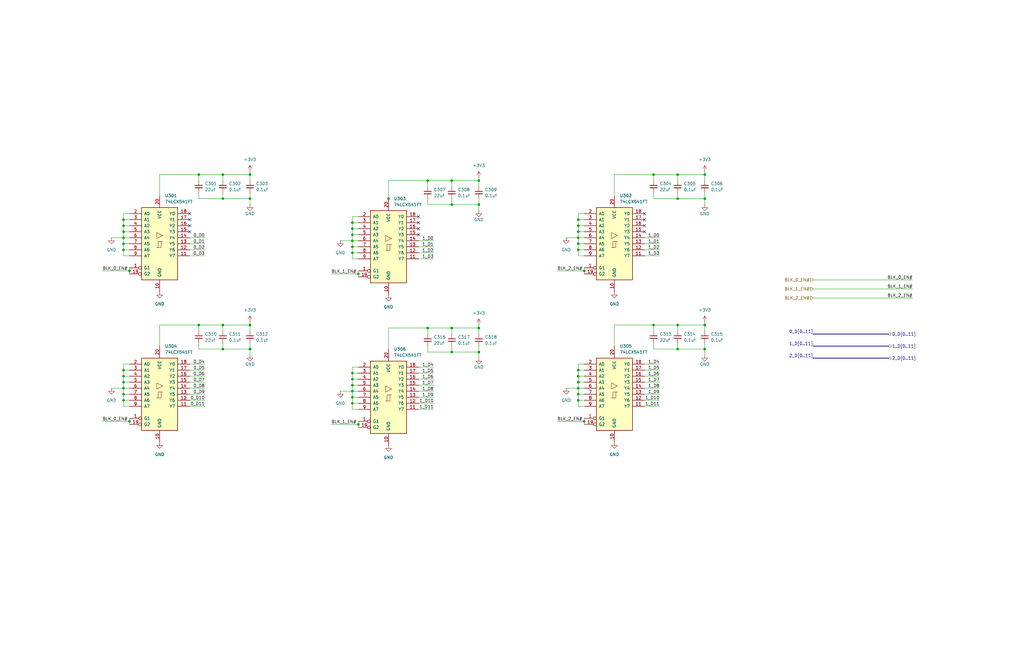
<source format=kicad_sch>
(kicad_sch (version 20231120) (generator "eeschema") (generator_version "8.0")
  (paper "USLedger")
  (lib_symbols
    (symbol "74xx:74LS541" (pin_names (offset 1.016))
      (property "Reference" "U" (at -7.62 16.51 0))
      (property "Value" "74LS541" (at -7.62 -16.51 0))
      (symbol "74LS541_1_0"
        (polyline (pts (xy -0.635 -1.6002) (xy -0.635 0.9398) (xy 0.635 0.9398)))
        (polyline (pts (xy -1.27 -1.6002) (xy 0.635 -1.6002) (xy 0.635 0.9398) (xy 1.27 0.9398)))
        (polyline (pts (xy 1.27 3.4798) (xy -1.27 4.7498) (xy -1.27 2.2098) (xy 1.27 3.4798)) (stroke (width 0.1524)))
        (pin input inverted (at -12.7 -10.16 0) (length 5.08) (name "G1") (number "1"))
        (pin power_in line (at 0 -20.32 90) (length 5.08) (name "GND") (number "10"))
        (pin tri_state line (at 12.7 -5.08 180) (length 5.08) (name "Y7") (number "11"))
        (pin tri_state line (at 12.7 -2.54 180) (length 5.08) (name "Y6") (number "12"))
        (pin tri_state line (at 12.7 0 180) (length 5.08) (name "Y5") (number "13"))
        (pin tri_state line (at 12.7 2.54 180) (length 5.08) (name "Y4") (number "14"))
        (pin tri_state line (at 12.7 5.08 180) (length 5.08) (name "Y3") (number "15"))
        (pin tri_state line (at 12.7 7.62 180) (length 5.08) (name "Y2") (number "16"))
        (pin tri_state line (at 12.7 10.16 180) (length 5.08) (name "Y1") (number "17"))
        (pin tri_state line (at 12.7 12.7 180) (length 5.08) (name "Y0") (number "18"))
        (pin input inverted (at -12.7 -12.7 0) (length 5.08) (name "G2") (number "19"))
        (pin input line (at -12.7 12.7 0) (length 5.08) (name "A0") (number "2"))
        (pin power_in line (at 0 20.32 270) (length 5.08) (name "VCC") (number "20"))
        (pin input line (at -12.7 10.16 0) (length 5.08) (name "A1") (number "3"))
        (pin input line (at -12.7 7.62 0) (length 5.08) (name "A2") (number "4"))
        (pin input line (at -12.7 5.08 0) (length 5.08) (name "A3") (number "5"))
        (pin input line (at -12.7 2.54 0) (length 5.08) (name "A4") (number "6"))
        (pin input line (at -12.7 0 0) (length 5.08) (name "A5") (number "7"))
        (pin input line (at -12.7 -2.54 0) (length 5.08) (name "A6") (number "8"))
        (pin input line (at -12.7 -5.08 0) (length 5.08) (name "A7") (number "9"))
      )
      (symbol "74LS541_1_1"
        (rectangle (start -7.62 15.24) (end 7.62 -15.24) (stroke (width 0.254)) (fill (type background)))
      )
    )
    (symbol "Device:C_Small" (pin_numbers hide) (pin_names (offset 0.254) hide)
      (property "Reference" "C" (at 0.254 1.778 0))
      (property "Value" "C_Small" (at 0.254 -2.032 0))
      (symbol "C_Small_0_1"
        (polyline (pts (xy -1.524 -0.508) (xy 1.524 -0.508)) (stroke (width 0.3302)))
        (polyline (pts (xy -1.524 0.508) (xy 1.524 0.508)) (stroke (width 0.3048)))
      )
      (symbol "C_Small_1_1"
        (pin passive line (at 0 2.54 270) (length 2.032) (name "~") (number "1"))
        (pin passive line (at 0 -2.54 90) (length 2.032) (name "~") (number "2"))
      )
    )
    (symbol "power:+3V3" (power) (pin_numbers hide) (pin_names (offset 0) hide)
      (property "Value" "+3V3" (at 0 3.556 0))
      (symbol "+3V3_0_1"
        (polyline (pts (xy -0.762 1.27) (xy 0 2.54)))
        (polyline (pts (xy 0 0) (xy 0 2.54)))
        (polyline (pts (xy 0 2.54) (xy 0.762 1.27)))
      )
      (symbol "+3V3_1_1"
        (pin power_in line (at 0 0 90) (length 0) (name "~") (number "1"))
      )
    )
    (symbol "power:GND" (power) (pin_numbers hide) (pin_names (offset 0) hide)
      (property "Value" "GND" (at 0 -3.81 0))
      (symbol "GND_0_1"
        (polyline (pts (xy 0 0) (xy 0 -1.27) (xy 1.27 -1.27) (xy 0 -2.54) (xy -1.27 -1.27) (xy 0 -1.27)))
      )
      (symbol "GND_1_1"
        (pin power_in line (at 0 0 270) (length 0) (name "~") (number "1"))
      )
    )
  )
  (junction (at 52.07 97.79))
  (junction (at 52.07 163.83))
  (junction (at 285.75 83.82))
  (junction (at 148.59 165.1))
  (junction (at 243.84 158.75))
  (junction (at 105.41 137.16))
  (junction (at 246.38 114.3))
  (junction (at 243.84 163.83))
  (junction (at 190.5 86.36))
  (junction (at 190.5 76.2))
  (junction (at 93.98 73.66))
  (junction (at 148.59 101.6))
  (junction (at 243.84 97.79))
  (junction (at 52.07 95.25))
  (junction (at 148.59 160.02))
  (junction (at 243.84 166.37))
  (junction (at 243.84 92.71))
  (junction (at 297.18 147.32))
  (junction (at 243.84 100.33))
  (junction (at 148.59 93.98))
  (junction (at 52.07 166.37))
  (junction (at 297.18 137.16))
  (junction (at 180.34 76.2))
  (junction (at 285.75 137.16))
  (junction (at 190.5 138.43))
  (junction (at 285.75 147.32))
  (junction (at 297.18 83.82))
  (junction (at 275.59 137.16))
  (junction (at 243.84 156.21))
  (junction (at 52.07 102.87))
  (junction (at 243.84 105.41))
  (junction (at 148.59 99.06))
  (junction (at 243.84 102.87))
  (junction (at 180.34 138.43))
  (junction (at 54.61 114.3))
  (junction (at 52.07 105.41))
  (junction (at 201.93 138.43))
  (junction (at 148.59 104.14))
  (junction (at 52.07 158.75))
  (junction (at 148.59 96.52))
  (junction (at 201.93 76.2))
  (junction (at 285.75 73.66))
  (junction (at 54.61 177.8))
  (junction (at 148.59 170.18))
  (junction (at 148.59 162.56))
  (junction (at 52.07 161.29))
  (junction (at 201.93 86.36))
  (junction (at 243.84 168.91))
  (junction (at 275.59 73.66))
  (junction (at 83.82 73.66))
  (junction (at 243.84 95.25))
  (junction (at 52.07 168.91))
  (junction (at 148.59 157.48))
  (junction (at 190.5 148.59))
  (junction (at 93.98 137.16))
  (junction (at 148.59 167.64))
  (junction (at 148.59 106.68))
  (junction (at 151.13 115.57))
  (junction (at 52.07 100.33))
  (junction (at 105.41 147.32))
  (junction (at 297.18 73.66))
  (junction (at 201.93 148.59))
  (junction (at 52.07 92.71))
  (junction (at 151.13 179.07))
  (junction (at 246.38 177.8))
  (junction (at 83.82 137.16))
  (junction (at 52.07 156.21))
  (junction (at 93.98 147.32))
  (junction (at 105.41 83.82))
  (junction (at 163.83 83.82))
  (junction (at 243.84 161.29))
  (junction (at 93.98 83.82))
  (junction (at 105.41 73.66))
  (no_connect (at 80.01 97.79))
  (no_connect (at 80.01 92.71))
  (no_connect (at 80.01 95.25))
  (no_connect (at 271.78 95.25))
  (no_connect (at 176.53 91.44))
  (no_connect (at 271.78 92.71))
  (no_connect (at 271.78 90.17))
  (no_connect (at 176.53 99.06))
  (no_connect (at 176.53 96.52))
  (no_connect (at 80.01 90.17))
  (no_connect (at 176.53 93.98))
  (no_connect (at 271.78 97.79))
  (wire (pts (xy 148.59 106.68) (xy 148.59 109.22)))
  (wire (pts (xy 80.01 171.45) (xy 86.36 171.45)))
  (wire (pts (xy 148.59 96.52) (xy 148.59 99.06)))
  (wire (pts (xy 52.07 95.25) (xy 54.61 95.25)))
  (wire (pts (xy 148.59 99.06) (xy 148.59 101.6)))
  (wire (pts (xy 297.18 81.28) (xy 297.18 83.82)))
  (wire (pts (xy 297.18 147.32) (xy 297.18 149.86)))
  (wire (pts (xy 83.82 83.82) (xy 93.98 83.82)))
  (wire (pts (xy 67.31 146.05) (xy 67.31 137.16)))
  (wire (pts (xy 52.07 92.71) (xy 54.61 92.71)))
  (wire (pts (xy 80.01 158.75) (xy 86.36 158.75)))
  (wire (pts (xy 148.59 172.72) (xy 151.13 172.72)))
  (wire (pts (xy 52.07 161.29) (xy 54.61 161.29)))
  (wire (pts (xy 190.5 146.05) (xy 190.5 148.59)))
  (wire (pts (xy 176.53 172.72) (xy 182.88 172.72)))
  (wire (pts (xy 243.84 161.29) (xy 243.84 163.83)))
  (wire (pts (xy 93.98 73.66) (xy 105.41 73.66)))
  (wire (pts (xy 271.78 161.29) (xy 278.13 161.29)))
  (wire (pts (xy 52.07 168.91) (xy 54.61 168.91)))
  (wire (pts (xy 52.07 171.45) (xy 54.61 171.45)))
  (wire (pts (xy 148.59 91.44) (xy 151.13 91.44)))
  (wire (pts (xy 201.93 146.05) (xy 201.93 148.59)))
  (wire (pts (xy 93.98 81.28) (xy 93.98 83.82)))
  (wire (pts (xy 80.01 161.29) (xy 86.36 161.29)))
  (wire (pts (xy 246.38 176.53) (xy 246.38 177.8)))
  (wire (pts (xy 83.82 73.66) (xy 93.98 73.66)))
  (wire (pts (xy 176.53 154.94) (xy 182.88 154.94)))
  (wire (pts (xy 176.53 109.22) (xy 182.88 109.22)))
  (wire (pts (xy 83.82 137.16) (xy 93.98 137.16)))
  (wire (pts (xy 243.84 107.95) (xy 246.38 107.95)))
  (wire (pts (xy 342.9 118.11) (xy 384.81 118.11)))
  (wire (pts (xy 271.78 105.41) (xy 278.13 105.41)))
  (wire (pts (xy 151.13 114.3) (xy 151.13 115.57)))
  (wire (pts (xy 52.07 161.29) (xy 52.07 163.83)))
  (wire (pts (xy 297.18 83.82) (xy 297.18 86.36)))
  (wire (pts (xy 297.18 135.89) (xy 297.18 137.16)))
  (wire (pts (xy 234.95 114.3) (xy 246.38 114.3)))
  (wire (pts (xy 180.34 148.59) (xy 190.5 148.59)))
  (wire (pts (xy 83.82 81.28) (xy 83.82 83.82)))
  (wire (pts (xy 243.84 92.71) (xy 246.38 92.71)))
  (wire (pts (xy 243.84 156.21) (xy 246.38 156.21)))
  (wire (pts (xy 243.84 156.21) (xy 243.84 158.75)))
  (wire (pts (xy 52.07 97.79) (xy 54.61 97.79)))
  (wire (pts (xy 180.34 86.36) (xy 190.5 86.36)))
  (wire (pts (xy 148.59 165.1) (xy 148.59 167.64)))
  (wire (pts (xy 52.07 105.41) (xy 52.07 107.95)))
  (wire (pts (xy 105.41 83.82) (xy 105.41 86.36)))
  (wire (pts (xy 105.41 137.16) (xy 105.41 139.7)))
  (wire (pts (xy 190.5 83.82) (xy 190.5 86.36)))
  (wire (pts (xy 52.07 107.95) (xy 54.61 107.95)))
  (wire (pts (xy 67.31 137.16) (xy 83.82 137.16)))
  (wire (pts (xy 180.34 140.97) (xy 180.34 138.43)))
  (wire (pts (xy 52.07 163.83) (xy 52.07 166.37)))
  (wire (pts (xy 52.07 95.25) (xy 52.07 97.79)))
  (wire (pts (xy 93.98 147.32) (xy 105.41 147.32)))
  (wire (pts (xy 243.84 153.67) (xy 243.84 156.21)))
  (wire (pts (xy 163.83 147.32) (xy 163.83 138.43)))
  (wire (pts (xy 46.99 100.33) (xy 52.07 100.33)))
  (wire (pts (xy 275.59 81.28) (xy 275.59 83.82)))
  (wire (pts (xy 243.84 158.75) (xy 246.38 158.75)))
  (wire (pts (xy 52.07 156.21) (xy 52.07 158.75)))
  (wire (pts (xy 180.34 138.43) (xy 190.5 138.43)))
  (wire (pts (xy 243.84 161.29) (xy 246.38 161.29)))
  (wire (pts (xy 246.38 177.8) (xy 246.38 179.07)))
  (wire (pts (xy 190.5 76.2) (xy 190.5 78.74)))
  (wire (pts (xy 243.84 100.33) (xy 243.84 102.87)))
  (wire (pts (xy 271.78 153.67) (xy 278.13 153.67)))
  (wire (pts (xy 83.82 144.78) (xy 83.82 147.32)))
  (wire (pts (xy 80.01 105.41) (xy 86.36 105.41)))
  (wire (pts (xy 271.78 158.75) (xy 278.13 158.75)))
  (wire (pts (xy 243.84 166.37) (xy 246.38 166.37)))
  (wire (pts (xy 238.76 100.33) (xy 243.84 100.33)))
  (wire (pts (xy 243.84 97.79) (xy 246.38 97.79)))
  (wire (pts (xy 83.82 139.7) (xy 83.82 137.16)))
  (wire (pts (xy 139.7 179.07) (xy 151.13 179.07)))
  (wire (pts (xy 80.01 100.33) (xy 86.36 100.33)))
  (wire (pts (xy 151.13 115.57) (xy 151.13 116.84)))
  (wire (pts (xy 246.38 114.3) (xy 246.38 115.57)))
  (wire (pts (xy 52.07 90.17) (xy 52.07 92.71)))
  (wire (pts (xy 285.75 73.66) (xy 285.75 76.2)))
  (wire (pts (xy 80.01 163.83) (xy 86.36 163.83)))
  (wire (pts (xy 148.59 104.14) (xy 148.59 106.68)))
  (wire (pts (xy 143.51 165.1) (xy 148.59 165.1)))
  (wire (pts (xy 83.82 147.32) (xy 93.98 147.32)))
  (wire (pts (xy 148.59 96.52) (xy 151.13 96.52)))
  (wire (pts (xy 52.07 92.71) (xy 52.07 95.25)))
  (wire (pts (xy 176.53 170.18) (xy 182.88 170.18)))
  (wire (pts (xy 201.93 83.82) (xy 201.93 86.36)))
  (wire (pts (xy 201.93 74.93) (xy 201.93 76.2)))
  (wire (pts (xy 148.59 162.56) (xy 148.59 165.1)))
  (wire (pts (xy 105.41 135.89) (xy 105.41 137.16)))
  (wire (pts (xy 180.34 78.74) (xy 180.34 76.2)))
  (wire (pts (xy 201.93 148.59) (xy 201.93 151.13)))
  (wire (pts (xy 139.7 115.57) (xy 151.13 115.57)))
  (wire (pts (xy 190.5 76.2) (xy 201.93 76.2)))
  (wire (pts (xy 243.84 97.79) (xy 243.84 100.33)))
  (wire (pts (xy 80.01 107.95) (xy 86.36 107.95)))
  (wire (pts (xy 275.59 83.82) (xy 285.75 83.82)))
  (wire (pts (xy 201.93 76.2) (xy 201.93 78.74)))
  (wire (pts (xy 52.07 158.75) (xy 54.61 158.75)))
  (wire (pts (xy 148.59 170.18) (xy 151.13 170.18)))
  (wire (pts (xy 243.84 95.25) (xy 243.84 97.79)))
  (wire (pts (xy 54.61 114.3) (xy 54.61 115.57)))
  (wire (pts (xy 148.59 160.02) (xy 148.59 162.56)))
  (wire (pts (xy 176.53 160.02) (xy 182.88 160.02)))
  (wire (pts (xy 243.84 90.17) (xy 246.38 90.17)))
  (wire (pts (xy 148.59 99.06) (xy 151.13 99.06)))
  (wire (pts (xy 201.93 137.16) (xy 201.93 138.43)))
  (wire (pts (xy 105.41 73.66) (xy 105.41 76.2)))
  (wire (pts (xy 275.59 139.7) (xy 275.59 137.16)))
  (wire (pts (xy 43.18 177.8) (xy 54.61 177.8)))
  (wire (pts (xy 80.01 102.87) (xy 86.36 102.87)))
  (wire (pts (xy 52.07 156.21) (xy 54.61 156.21)))
  (wire (pts (xy 243.84 168.91) (xy 246.38 168.91)))
  (wire (pts (xy 52.07 97.79) (xy 52.07 100.33)))
  (wire (pts (xy 271.78 156.21) (xy 278.13 156.21)))
  (wire (pts (xy 151.13 177.8) (xy 151.13 179.07)))
  (wire (pts (xy 105.41 144.78) (xy 105.41 147.32)))
  (wire (pts (xy 190.5 138.43) (xy 190.5 140.97)))
  (wire (pts (xy 285.75 73.66) (xy 297.18 73.66)))
  (wire (pts (xy 52.07 102.87) (xy 54.61 102.87)))
  (wire (pts (xy 46.99 163.83) (xy 52.07 163.83)))
  (wire (pts (xy 52.07 166.37) (xy 52.07 168.91)))
  (wire (pts (xy 285.75 83.82) (xy 297.18 83.82)))
  (wire (pts (xy 163.83 85.09) (xy 163.83 83.82)))
  (wire (pts (xy 52.07 153.67) (xy 52.07 156.21)))
  (wire (pts (xy 243.84 105.41) (xy 246.38 105.41)))
  (wire (pts (xy 275.59 144.78) (xy 275.59 147.32)))
  (wire (pts (xy 271.78 107.95) (xy 278.13 107.95)))
  (wire (pts (xy 238.76 163.83) (xy 243.84 163.83)))
  (wire (pts (xy 243.84 166.37) (xy 243.84 168.91)))
  (bus (pts (xy 342.9 140.97) (xy 374.65 140.97)))
  (wire (pts (xy 243.84 90.17) (xy 243.84 92.71)))
  (wire (pts (xy 93.98 73.66) (xy 93.98 76.2)))
  (wire (pts (xy 52.07 100.33) (xy 52.07 102.87)))
  (wire (pts (xy 190.5 148.59) (xy 201.93 148.59)))
  (wire (pts (xy 80.01 156.21) (xy 86.36 156.21)))
  (wire (pts (xy 52.07 105.41) (xy 54.61 105.41)))
  (wire (pts (xy 297.18 73.66) (xy 297.18 76.2)))
  (wire (pts (xy 176.53 162.56) (xy 182.88 162.56)))
  (bus (pts (xy 342.9 146.05) (xy 374.65 146.05)))
  (wire (pts (xy 148.59 101.6) (xy 148.59 104.14)))
  (wire (pts (xy 52.07 166.37) (xy 54.61 166.37)))
  (wire (pts (xy 148.59 160.02) (xy 151.13 160.02)))
  (wire (pts (xy 243.84 158.75) (xy 243.84 161.29)))
  (wire (pts (xy 148.59 101.6) (xy 151.13 101.6)))
  (wire (pts (xy 176.53 167.64) (xy 182.88 167.64)))
  (wire (pts (xy 52.07 102.87) (xy 52.07 105.41)))
  (wire (pts (xy 285.75 147.32) (xy 297.18 147.32)))
  (wire (pts (xy 80.01 168.91) (xy 86.36 168.91)))
  (wire (pts (xy 52.07 100.33) (xy 54.61 100.33)))
  (wire (pts (xy 148.59 167.64) (xy 151.13 167.64)))
  (wire (pts (xy 148.59 109.22) (xy 151.13 109.22)))
  (wire (pts (xy 176.53 101.6) (xy 182.88 101.6)))
  (wire (pts (xy 342.9 125.73) (xy 384.81 125.73)))
  (wire (pts (xy 43.18 114.3) (xy 54.61 114.3)))
  (wire (pts (xy 259.08 73.66) (xy 275.59 73.66)))
  (wire (pts (xy 105.41 81.28) (xy 105.41 83.82)))
  (wire (pts (xy 163.83 76.2) (xy 180.34 76.2)))
  (wire (pts (xy 259.08 82.55) (xy 259.08 73.66)))
  (wire (pts (xy 176.53 106.68) (xy 182.88 106.68)))
  (wire (pts (xy 67.31 73.66) (xy 83.82 73.66)))
  (wire (pts (xy 180.34 83.82) (xy 180.34 86.36)))
  (wire (pts (xy 297.18 72.39) (xy 297.18 73.66)))
  (wire (pts (xy 246.38 113.03) (xy 246.38 114.3)))
  (wire (pts (xy 105.41 147.32) (xy 105.41 149.86)))
  (wire (pts (xy 243.84 105.41) (xy 243.84 107.95)))
  (wire (pts (xy 83.82 76.2) (xy 83.82 73.66)))
  (wire (pts (xy 52.07 163.83) (xy 54.61 163.83)))
  (wire (pts (xy 176.53 165.1) (xy 182.88 165.1)))
  (wire (pts (xy 180.34 146.05) (xy 180.34 148.59)))
  (wire (pts (xy 163.83 138.43) (xy 180.34 138.43)))
  (wire (pts (xy 93.98 83.82) (xy 105.41 83.82)))
  (wire (pts (xy 148.59 91.44) (xy 148.59 93.98)))
  (wire (pts (xy 93.98 137.16) (xy 93.98 139.7)))
  (wire (pts (xy 243.84 168.91) (xy 243.84 171.45)))
  (wire (pts (xy 259.08 146.05) (xy 259.08 137.16)))
  (wire (pts (xy 93.98 137.16) (xy 105.41 137.16)))
  (wire (pts (xy 151.13 179.07) (xy 151.13 180.34)))
  (wire (pts (xy 243.84 102.87) (xy 246.38 102.87)))
  (wire (pts (xy 243.84 153.67) (xy 246.38 153.67)))
  (wire (pts (xy 148.59 157.48) (xy 151.13 157.48)))
  (wire (pts (xy 285.75 137.16) (xy 297.18 137.16)))
  (wire (pts (xy 342.9 121.92) (xy 384.81 121.92)))
  (bus (pts (xy 342.9 151.13) (xy 374.65 151.13)))
  (wire (pts (xy 105.41 72.39) (xy 105.41 73.66)))
  (wire (pts (xy 148.59 167.64) (xy 148.59 170.18)))
  (wire (pts (xy 285.75 81.28) (xy 285.75 83.82)))
  (wire (pts (xy 271.78 100.33) (xy 278.13 100.33)))
  (wire (pts (xy 201.93 138.43) (xy 201.93 140.97)))
  (wire (pts (xy 285.75 137.16) (xy 285.75 139.7)))
  (wire (pts (xy 148.59 93.98) (xy 148.59 96.52)))
  (wire (pts (xy 148.59 165.1) (xy 151.13 165.1)))
  (wire (pts (xy 148.59 106.68) (xy 151.13 106.68)))
  (wire (pts (xy 243.84 163.83) (xy 243.84 166.37)))
  (wire (pts (xy 54.61 177.8) (xy 54.61 179.07)))
  (wire (pts (xy 285.75 144.78) (xy 285.75 147.32)))
  (wire (pts (xy 163.83 83.82) (xy 163.83 76.2)))
  (wire (pts (xy 297.18 137.16) (xy 297.18 139.7)))
  (wire (pts (xy 271.78 163.83) (xy 278.13 163.83)))
  (wire (pts (xy 148.59 170.18) (xy 148.59 172.72)))
  (wire (pts (xy 176.53 104.14) (xy 182.88 104.14)))
  (wire (pts (xy 190.5 138.43) (xy 201.93 138.43)))
  (wire (pts (xy 52.07 168.91) (xy 52.07 171.45)))
  (wire (pts (xy 52.07 158.75) (xy 52.07 161.29)))
  (wire (pts (xy 271.78 171.45) (xy 278.13 171.45)))
  (wire (pts (xy 271.78 102.87) (xy 278.13 102.87)))
  (wire (pts (xy 52.07 90.17) (xy 54.61 90.17)))
  (wire (pts (xy 243.84 102.87) (xy 243.84 105.41)))
  (wire (pts (xy 143.51 101.6) (xy 148.59 101.6)))
  (wire (pts (xy 148.59 162.56) (xy 151.13 162.56)))
  (wire (pts (xy 275.59 76.2) (xy 275.59 73.66)))
  (wire (pts (xy 234.95 177.8) (xy 246.38 177.8)))
  (wire (pts (xy 190.5 86.36) (xy 201.93 86.36)))
  (wire (pts (xy 201.93 86.36) (xy 201.93 88.9)))
  (wire (pts (xy 271.78 168.91) (xy 278.13 168.91)))
  (wire (pts (xy 180.34 76.2) (xy 190.5 76.2)))
  (wire (pts (xy 243.84 163.83) (xy 246.38 163.83)))
  (wire (pts (xy 148.59 104.14) (xy 151.13 104.14)))
  (wire (pts (xy 54.61 113.03) (xy 54.61 114.3)))
  (wire (pts (xy 275.59 73.66) (xy 285.75 73.66)))
  (wire (pts (xy 243.84 92.71) (xy 243.84 95.25)))
  (wire (pts (xy 297.18 144.78) (xy 297.18 147.32)))
  (wire (pts (xy 80.01 153.67) (xy 86.36 153.67)))
  (wire (pts (xy 148.59 93.98) (xy 151.13 93.98)))
  (wire (pts (xy 148.59 154.94) (xy 151.13 154.94)))
  (wire (pts (xy 259.08 137.16) (xy 275.59 137.16)))
  (wire (pts (xy 243.84 171.45) (xy 246.38 171.45)))
  (wire (pts (xy 80.01 166.37) (xy 86.36 166.37)))
  (wire (pts (xy 54.61 176.53) (xy 54.61 177.8)))
  (wire (pts (xy 148.59 154.94) (xy 148.59 157.48)))
  (wire (pts (xy 93.98 144.78) (xy 93.98 147.32)))
  (wire (pts (xy 243.84 100.33) (xy 246.38 100.33)))
  (wire (pts (xy 176.53 157.48) (xy 182.88 157.48)))
  (wire (pts (xy 67.31 82.55) (xy 67.31 73.66)))
  (wire (pts (xy 52.07 153.67) (xy 54.61 153.67)))
  (wire (pts (xy 271.78 166.37) (xy 278.13 166.37)))
  (wire (pts (xy 148.59 157.48) (xy 148.59 160.02)))
  (wire (pts (xy 243.84 95.25) (xy 246.38 95.25)))
  (wire (pts (xy 275.59 147.32) (xy 285.75 147.32)))
  (wire (pts (xy 275.59 137.16) (xy 285.75 137.16)))
  (label "0_D[0..11]" (at 342.9 140.97 180))
  (label "1_D6" (at 182.88 160.02 180))
  (label "BLK_0_EN#" (at 43.18 114.3 0))
  (label "1_D9" (at 182.88 167.64 180))
  (label "0_D7" (at 86.36 161.29 180))
  (label "1_D11" (at 278.13 171.45 180))
  (label "0_D1" (at 86.36 102.87 180))
  (label "1_D0" (at 182.88 101.6 180))
  (label "BLK_2_EN#" (at 234.95 114.3 0))
  (label "1_D5" (at 182.88 157.48 180))
  (label "1_D1" (at 278.13 102.87 180))
  (label "1_D10" (at 278.13 168.91 180))
  (label "1_D4" (at 278.13 153.67 180))
  (label "0_D3" (at 86.36 107.95 180))
  (label "0_D8" (at 86.36 163.83 180))
  (label "BLK_1_EN#" (at 384.81 121.92 180))
  (label "0_D4" (at 86.36 153.67 180))
  (label "BLK_0_EN#" (at 43.18 177.8 0))
  (label "0_D5" (at 86.36 156.21 180))
  (label "0_D6" (at 86.36 158.75 180))
  (label "1_D7" (at 182.88 162.56 180))
  (label "1_D10" (at 182.88 170.18 180))
  (label "BLK_1_EN#" (at 139.7 115.57 0))
  (label "1_D11" (at 182.88 172.72 180))
  (label "1_D0" (at 278.13 100.33 180))
  (label "0_D11" (at 86.36 171.45 180))
  (label "1_D[0..11]" (at 342.9 146.05 180))
  (label "2_D[0..11]" (at 342.9 151.13 180))
  (label "1_D7" (at 278.13 161.29 180))
  (label "1_D3" (at 278.13 107.95 180))
  (label "BLK_2_EN#" (at 384.81 125.73 180))
  (label "1_D8" (at 182.88 165.1 180))
  (label "1_D9" (at 278.13 166.37 180))
  (label "0_D0" (at 86.36 100.33 180))
  (label "1_D3" (at 182.88 109.22 180))
  (label "1_D5" (at 278.13 156.21 180))
  (label "0_D2" (at 86.36 105.41 180))
  (label "0_D9" (at 86.36 166.37 180))
  (label "BLK_2_EN#" (at 234.95 177.8 0))
  (label "1_D8" (at 278.13 163.83 180))
  (label "1_D1" (at 182.88 104.14 180))
  (label "1_D2" (at 278.13 105.41 180))
  (label "1_D6" (at 278.13 158.75 180))
  (label "0_D10" (at 86.36 168.91 180))
  (label "BLK_0_EN#" (at 384.81 118.11 180))
  (label "BLK_1_EN#" (at 139.7 179.07 0))
  (label "1_D2" (at 182.88 106.68 180))
  (label "1_D4" (at 182.88 154.94 180))
  (hierarchical_label "2_D[0..11]" (shape tri_state) (at 374.65 151.13 0))
  (hierarchical_label "BLK_0_EN#" (shape input) (at 342.9 118.11 180))
  (hierarchical_label "0_D[0..11]" (shape tri_state) (at 374.65 140.97 0))
  (hierarchical_label "BLK_1_EN#" (shape input) (at 342.9 121.92 180))
  (hierarchical_label "BLK_2_EN#" (shape input) (at 342.9 125.73 180))
  (hierarchical_label "1_D[0..11]" (shape tri_state) (at 374.65 146.05 0))
  (symbol (lib_id "power:GND") (at 297.18 149.86 0) (unit 1)
    (property "Reference" "#PWR0317" (effects (hide yes)))
    (property "Value" "GND" (at 297.18 153.67 0))
    (property "Description" "Power symbol creates a global label with name \"GND\" , ground" (effects (hide yes)))
  )
  (symbol (lib_id "power:GND") (at 105.41 149.86 0) (unit 1)
    (property "Reference" "#PWR0316" (effects (hide yes)))
    (property "Value" "GND" (at 105.41 153.67 0))
    (property "Description" "Power symbol creates a global label with name \"GND\" , ground" (effects (hide yes)))
  )
  (symbol (lib_id "power:GND") (at 105.41 86.36 0) (unit 1)
    (property "Reference" "#PWR0304" (effects (hide yes)))
    (property "Value" "GND" (at 105.41 90.17 0))
    (property "Description" "Power symbol creates a global label with name \"GND\" , ground" (effects (hide yes)))
  )
  (symbol (lib_id "Device:C_Small") (at 105.41 142.24 0) (unit 1)
    (property "Reference" "C312" (at 107.95 140.9762 0) (effects (justify left)))
    (property "Value" "0.1uf" (at 107.95 143.5162 0) (effects (justify left)))
    (property "Footprint" "Capacitor_SMD:C_0402_1005Metric" (effects (hide yes)))
    (property "Description" "Unpolarized capacitor, small symbol" (effects (hide yes)))
    (property "LCSC Part #" "C1525" (effects (hide yes)))
    (property "Digi-Key Part Number" "490-6328-1-ND" (effects (hide yes)))
  )
  (symbol (lib_id "power:GND") (at 238.76 100.33 0) (unit 1)
    (property "Reference" "#PWR0308" (effects (hide yes)))
    (property "Value" "GND" (at 238.76 105.41 0))
    (property "Description" "Power symbol creates a global label with name \"GND\" , ground" (effects (hide yes)))
  )
  (symbol (lib_id "Device:C_Small") (at 83.82 78.74 0) (unit 1)
    (property "Reference" "C301" (at 86.36 77.4762 0) (effects (justify left)))
    (property "Value" "22uf" (at 86.36 80.0162 0) (effects (justify left)))
    (property "Footprint" "Capacitor_SMD:C_0603_1608Metric" (effects (hide yes)))
    (property "Description" "Unpolarized capacitor, small symbol" (effects (hide yes)))
    (property "LCSC Part #" "C59461" (effects (hide yes)))
    (property "Digi-Key Part Number" "490-7611-1-ND" (effects (hide yes)))
  )
  (symbol (lib_id "74xx:74LS541") (at 67.31 166.37 0) (unit 1)
    (property "Reference" "U304" (at 69.5041 146.05 0) (effects (justify left)))
    (property "Value" "74LCX541FT" (at 69.5041 148.59 0) (effects (justify left)))
    (property "Footprint" "Package_SO:SSOP-20_4.4x6.5mm_P0.65mm" (effects (hide yes)))
    (property "Datasheet" "http://www.ti.com/lit/gpn/sn74LS541" (effects (hide yes)))
    (property "Description" "8-bit Buffer/Line Driver 3-state outputs" (effects (hide yes)))
    (property "LCSC Part #" "C7194124" (effects (hide yes)))
  )
  (symbol (lib_id "Device:C_Small") (at 105.41 78.74 0) (unit 1)
    (property "Reference" "C303" (at 107.95 77.4762 0) (effects (justify left)))
    (property "Value" "0.1uf" (at 107.95 80.0162 0) (effects (justify left)))
    (property "Footprint" "Capacitor_SMD:C_0402_1005Metric" (effects (hide yes)))
    (property "Description" "Unpolarized capacitor, small symbol" (effects (hide yes)))
    (property "LCSC Part #" "C1525" (effects (hide yes)))
    (property "Digi-Key Part Number" "490-6328-1-ND" (effects (hide yes)))
  )
  (symbol (lib_id "Device:C_Small") (at 297.18 142.24 0) (unit 1)
    (property "Reference" "C315" (at 299.72 140.9762 0) (effects (justify left)))
    (property "Value" "0.1uf" (at 299.72 143.5162 0) (effects (justify left)))
    (property "Footprint" "Capacitor_SMD:C_0402_1005Metric" (effects (hide yes)))
    (property "Description" "Unpolarized capacitor, small symbol" (effects (hide yes)))
    (property "LCSC Part #" "C1525" (effects (hide yes)))
    (property "Digi-Key Part Number" "490-6328-1-ND" (effects (hide yes)))
  )
  (symbol (lib_id "power:GND") (at 67.31 123.19 0) (unit 1)
    (property "Reference" "#PWR0310" (effects (hide yes)))
    (property "Value" "GND" (at 67.31 128.27 0))
    (property "Description" "Power symbol creates a global label with name \"GND\" , ground" (effects (hide yes)))
  )
  (symbol (lib_id "74xx:74LS541") (at 163.83 104.14 0) (unit 1)
    (property "Reference" "U303" (at 166.0241 83.82 0) (effects (justify left)))
    (property "Value" "74LCX541FT" (at 166.0241 86.36 0) (effects (justify left)))
    (property "Footprint" "Package_SO:SSOP-20_4.4x6.5mm_P0.65mm" (effects (hide yes)))
    (property "Datasheet" "http://www.ti.com/lit/gpn/sn74LS541" (effects (hide yes)))
    (property "Description" "8-bit Buffer/Line Driver 3-state outputs" (effects (hide yes)))
    (property "LCSC Part #" "C7194124" (effects (hide yes)))
  )
  (symbol (lib_id "power:GND") (at 163.83 124.46 0) (unit 1)
    (property "Reference" "#PWR0312" (effects (hide yes)))
    (property "Value" "GND" (at 163.83 129.54 0))
    (property "Description" "Power symbol creates a global label with name \"GND\" , ground" (effects (hide yes)))
  )
  (symbol (lib_id "74xx:74LS541") (at 163.83 167.64 0) (unit 1)
    (property "Reference" "U306" (at 166.0241 147.32 0) (effects (justify left)))
    (property "Value" "74LCX541FT" (at 166.0241 149.86 0) (effects (justify left)))
    (property "Footprint" "Package_SO:SSOP-20_4.4x6.5mm_P0.65mm" (effects (hide yes)))
    (property "Datasheet" "http://www.ti.com/lit/gpn/sn74LS541" (effects (hide yes)))
    (property "Description" "8-bit Buffer/Line Driver 3-state outputs" (effects (hide yes)))
    (property "LCSC Part #" "C7194124" (effects (hide yes)))
  )
  (symbol (lib_id "74xx:74LS541") (at 67.31 102.87 0) (unit 1)
    (property "Reference" "U301" (at 69.5041 82.55 0) (effects (justify left)))
    (property "Value" "74LCX541FT" (at 69.5041 85.09 0) (effects (justify left)))
    (property "Footprint" "Package_SO:SSOP-20_4.4x6.5mm_P0.65mm" (effects (hide yes)))
    (property "Datasheet" "http://www.ti.com/lit/gpn/sn74LS541" (effects (hide yes)))
    (property "Description" "8-bit Buffer/Line Driver 3-state outputs" (effects (hide yes)))
    (property "LCSC Part #" "C7194124" (effects (hide yes)))
  )
  (symbol (lib_id "Device:C_Small") (at 201.93 81.28 0) (unit 1)
    (property "Reference" "C309" (at 204.47 80.0162 0) (effects (justify left)))
    (property "Value" "0.1uf" (at 204.47 82.5562 0) (effects (justify left)))
    (property "Footprint" "Capacitor_SMD:C_0402_1005Metric" (effects (hide yes)))
    (property "Description" "Unpolarized capacitor, small symbol" (effects (hide yes)))
    (property "LCSC Part #" "C1525" (effects (hide yes)))
    (property "Digi-Key Part Number" "490-6328-1-ND" (effects (hide yes)))
  )
  (symbol (lib_id "Device:C_Small") (at 83.82 142.24 0) (unit 1)
    (property "Reference" "C310" (at 86.36 140.9762 0) (effects (justify left)))
    (property "Value" "22uf" (at 86.36 143.5162 0) (effects (justify left)))
    (property "Footprint" "Capacitor_SMD:C_0603_1608Metric" (effects (hide yes)))
    (property "Description" "Unpolarized capacitor, small symbol" (effects (hide yes)))
    (property "LCSC Part #" "C59461" (effects (hide yes)))
    (property "Digi-Key Part Number" "490-7611-1-ND" (effects (hide yes)))
  )
  (symbol (lib_id "Device:C_Small") (at 93.98 78.74 0) (unit 1)
    (property "Reference" "C302" (at 96.52 77.4762 0) (effects (justify left)))
    (property "Value" "0.1uf" (at 96.52 80.0162 0) (effects (justify left)))
    (property "Footprint" "Capacitor_SMD:C_0402_1005Metric" (effects (hide yes)))
    (property "Description" "Unpolarized capacitor, small symbol" (effects (hide yes)))
    (property "LCSC Part #" "C1525" (effects (hide yes)))
    (property "Digi-Key Part Number" "490-6328-1-ND" (effects (hide yes)))
  )
  (symbol (lib_id "power:GND") (at 163.83 187.96 0) (unit 1)
    (property "Reference" "#PWR0324" (effects (hide yes)))
    (property "Value" "GND" (at 163.83 193.04 0))
    (property "Description" "Power symbol creates a global label with name \"GND\" , ground" (effects (hide yes)))
  )
  (symbol (lib_id "power:GND") (at 46.99 163.83 0) (unit 1)
    (property "Reference" "#PWR0319" (effects (hide yes)))
    (property "Value" "GND" (at 46.99 168.91 0))
    (property "Description" "Power symbol creates a global label with name \"GND\" , ground" (effects (hide yes)))
  )
  (symbol (lib_id "Device:C_Small") (at 180.34 81.28 0) (unit 1)
    (property "Reference" "C307" (at 182.88 80.0162 0) (effects (justify left)))
    (property "Value" "22uf" (at 182.88 82.5562 0) (effects (justify left)))
    (property "Footprint" "Capacitor_SMD:C_0603_1608Metric" (effects (hide yes)))
    (property "Description" "Unpolarized capacitor, small symbol" (effects (hide yes)))
    (property "LCSC Part #" "C59461" (effects (hide yes)))
    (property "Digi-Key Part Number" "490-7611-1-ND" (effects (hide yes)))
  )
  (symbol (lib_id "power:GND") (at 259.08 123.19 0) (unit 1)
    (property "Reference" "#PWR0311" (effects (hide yes)))
    (property "Value" "GND" (at 259.08 128.27 0))
    (property "Description" "Power symbol creates a global label with name \"GND\" , ground" (effects (hide yes)))
  )
  (symbol (lib_id "power:+3V3") (at 105.41 72.39 0) (unit 1)
    (property "Reference" "#PWR0301" (effects (hide yes)))
    (property "Value" "+3V3" (at 105.41 67.31 0))
    (property "Description" "Power symbol creates a global label with name \"+3V3\"" (effects (hide yes)))
  )
  (symbol (lib_id "Device:C_Small") (at 275.59 78.74 0) (unit 1)
    (property "Reference" "C304" (at 278.13 77.4762 0) (effects (justify left)))
    (property "Value" "22uf" (at 278.13 80.0162 0) (effects (justify left)))
    (property "Footprint" "Capacitor_SMD:C_0603_1608Metric" (effects (hide yes)))
    (property "Description" "Unpolarized capacitor, small symbol" (effects (hide yes)))
    (property "LCSC Part #" "C59461" (effects (hide yes)))
    (property "Digi-Key Part Number" "490-7611-1-ND" (effects (hide yes)))
  )
  (symbol (lib_id "Device:C_Small") (at 201.93 143.51 0) (unit 1)
    (property "Reference" "C318" (at 204.47 142.2462 0) (effects (justify left)))
    (property "Value" "0.1uf" (at 204.47 144.7862 0) (effects (justify left)))
    (property "Footprint" "Capacitor_SMD:C_0402_1005Metric" (effects (hide yes)))
    (property "Description" "Unpolarized capacitor, small symbol" (effects (hide yes)))
    (property "LCSC Part #" "C1525" (effects (hide yes)))
    (property "Digi-Key Part Number" "490-6328-1-ND" (effects (hide yes)))
  )
  (symbol (lib_id "power:+3V3") (at 201.93 137.16 0) (unit 1)
    (property "Reference" "#PWR0315" (effects (hide yes)))
    (property "Value" "+3V3" (at 201.93 132.08 0))
    (property "Description" "Power symbol creates a global label with name \"+3V3\"" (effects (hide yes)))
  )
  (symbol (lib_id "power:GND") (at 201.93 151.13 0) (unit 1)
    (property "Reference" "#PWR0318" (effects (hide yes)))
    (property "Value" "GND" (at 201.93 154.94 0))
    (property "Description" "Power symbol creates a global label with name \"GND\" , ground" (effects (hide yes)))
  )
  (symbol (lib_id "74xx:74LS541") (at 259.08 166.37 0) (unit 1)
    (property "Reference" "U305" (at 261.2741 146.05 0) (effects (justify left)))
    (property "Value" "74LCX541FT" (at 261.2741 148.59 0) (effects (justify left)))
    (property "Footprint" "Package_SO:SSOP-20_4.4x6.5mm_P0.65mm" (effects (hide yes)))
    (property "Datasheet" "http://www.ti.com/lit/gpn/sn74LS541" (effects (hide yes)))
    (property "Description" "8-bit Buffer/Line Driver 3-state outputs" (effects (hide yes)))
    (property "LCSC Part #" "C7194124" (effects (hide yes)))
  )
  (symbol (lib_id "power:GND") (at 143.51 101.6 0) (unit 1)
    (property "Reference" "#PWR0309" (effects (hide yes)))
    (property "Value" "GND" (at 143.51 106.68 0))
    (property "Description" "Power symbol creates a global label with name \"GND\" , ground" (effects (hide yes)))
  )
  (symbol (lib_id "power:GND") (at 238.76 163.83 0) (unit 1)
    (property "Reference" "#PWR0320" (effects (hide yes)))
    (property "Value" "GND" (at 238.76 168.91 0))
    (property "Description" "Power symbol creates a global label with name \"GND\" , ground" (effects (hide yes)))
  )
  (symbol (lib_id "power:GND") (at 297.18 86.36 0) (unit 1)
    (property "Reference" "#PWR0305" (effects (hide yes)))
    (property "Value" "GND" (at 297.18 90.17 0))
    (property "Description" "Power symbol creates a global label with name \"GND\" , ground" (effects (hide yes)))
  )
  (symbol (lib_id "power:+3V3") (at 297.18 72.39 0) (unit 1)
    (property "Reference" "#PWR0302" (effects (hide yes)))
    (property "Value" "+3V3" (at 297.18 67.31 0))
    (property "Description" "Power symbol creates a global label with name \"+3V3\"" (effects (hide yes)))
  )
  (symbol (lib_id "power:+3V3") (at 201.93 74.93 0) (unit 1)
    (property "Reference" "#PWR0303" (effects (hide yes)))
    (property "Value" "+3V3" (at 201.93 69.85 0))
    (property "Description" "Power symbol creates a global label with name \"+3V3\"" (effects (hide yes)))
  )
  (symbol (lib_id "Device:C_Small") (at 180.34 143.51 0) (unit 1)
    (property "Reference" "C316" (at 182.88 142.2462 0) (effects (justify left)))
    (property "Value" "22uf" (at 182.88 144.7862 0) (effects (justify left)))
    (property "Footprint" "Capacitor_SMD:C_0603_1608Metric" (effects (hide yes)))
    (property "Description" "Unpolarized capacitor, small symbol" (effects (hide yes)))
    (property "LCSC Part #" "C59461" (effects (hide yes)))
    (property "Digi-Key Part Number" "490-7611-1-ND" (effects (hide yes)))
  )
  (symbol (lib_id "Device:C_Small") (at 190.5 143.51 0) (unit 1)
    (property "Reference" "C317" (at 193.04 142.2462 0) (effects (justify left)))
    (property "Value" "0.1uf" (at 193.04 144.7862 0) (effects (justify left)))
    (property "Footprint" "Capacitor_SMD:C_0402_1005Metric" (effects (hide yes)))
    (property "Description" "Unpolarized capacitor, small symbol" (effects (hide yes)))
    (property "LCSC Part #" "C1525" (effects (hide yes)))
    (property "Digi-Key Part Number" "490-6328-1-ND" (effects (hide yes)))
  )
  (symbol (lib_id "power:+3V3") (at 105.41 135.89 0) (unit 1)
    (property "Reference" "#PWR0313" (effects (hide yes)))
    (property "Value" "+3V3" (at 105.41 130.81 0))
    (property "Description" "Power symbol creates a global label with name \"+3V3\"" (effects (hide yes)))
  )
  (symbol (lib_id "74xx:74LS541") (at 259.08 102.87 0) (unit 1)
    (property "Reference" "U302" (at 261.2741 82.55 0) (effects (justify left)))
    (property "Value" "74LCX541FT" (at 261.2741 85.09 0) (effects (justify left)))
    (property "Footprint" "Package_SO:SSOP-20_4.4x6.5mm_P0.65mm" (effects (hide yes)))
    (property "Datasheet" "http://www.ti.com/lit/gpn/sn74LS541" (effects (hide yes)))
    (property "Description" "8-bit Buffer/Line Driver 3-state outputs" (effects (hide yes)))
    (property "LCSC Part #" "C7194124" (effects (hide yes)))
  )
  (symbol (lib_id "Device:C_Small") (at 190.5 81.28 0) (unit 1)
    (property "Reference" "C308" (at 193.04 80.0162 0) (effects (justify left)))
    (property "Value" "0.1uf" (at 193.04 82.5562 0) (effects (justify left)))
    (property "Footprint" "Capacitor_SMD:C_0402_1005Metric" (effects (hide yes)))
    (property "Description" "Unpolarized capacitor, small symbol" (effects (hide yes)))
    (property "LCSC Part #" "C1525" (effects (hide yes)))
    (property "Digi-Key Part Number" "490-6328-1-ND" (effects (hide yes)))
  )
  (symbol (lib_id "power:GND") (at 143.51 165.1 0) (unit 1)
    (property "Reference" "#PWR0321" (effects (hide yes)))
    (property "Value" "GND" (at 143.51 170.18 0))
    (property "Description" "Power symbol creates a global label with name \"GND\" , ground" (effects (hide yes)))
  )
  (symbol (lib_id "power:GND") (at 67.31 186.69 0) (unit 1)
    (property "Reference" "#PWR0322" (effects (hide yes)))
    (property "Value" "GND" (at 67.31 191.77 0))
    (property "Description" "Power symbol creates a global label with name \"GND\" , ground" (effects (hide yes)))
  )
  (symbol (lib_id "Device:C_Small") (at 285.75 78.74 0) (unit 1)
    (property "Reference" "C305" (at 288.29 77.4762 0) (effects (justify left)))
    (property "Value" "0.1uf" (at 288.29 80.0162 0) (effects (justify left)))
    (property "Footprint" "Capacitor_SMD:C_0402_1005Metric" (effects (hide yes)))
    (property "Description" "Unpolarized capacitor, small symbol" (effects (hide yes)))
    (property "LCSC Part #" "C1525" (effects (hide yes)))
    (property "Digi-Key Part Number" "490-6328-1-ND" (effects (hide yes)))
  )
  (symbol (lib_id "Device:C_Small") (at 93.98 142.24 0) (unit 1)
    (property "Reference" "C311" (at 96.52 140.9762 0) (effects (justify left)))
    (property "Value" "0.1uf" (at 96.52 143.5162 0) (effects (justify left)))
    (property "Footprint" "Capacitor_SMD:C_0402_1005Metric" (effects (hide yes)))
    (property "Description" "Unpolarized capacitor, small symbol" (effects (hide yes)))
    (property "LCSC Part #" "C1525" (effects (hide yes)))
    (property "Digi-Key Part Number" "490-6328-1-ND" (effects (hide yes)))
  )
  (symbol (lib_id "power:GND") (at 201.93 88.9 0) (unit 1)
    (property "Reference" "#PWR0306" (effects (hide yes)))
    (property "Value" "GND" (at 201.93 92.71 0))
    (property "Description" "Power symbol creates a global label with name \"GND\" , ground" (effects (hide yes)))
  )
  (symbol (lib_id "power:+3V3") (at 297.18 135.89 0) (unit 1)
    (property "Reference" "#PWR0314" (effects (hide yes)))
    (property "Value" "+3V3" (at 297.18 130.81 0))
    (property "Description" "Power symbol creates a global label with name \"+3V3\"" (effects (hide yes)))
  )
  (symbol (lib_id "Device:C_Small") (at 275.59 142.24 0) (unit 1)
    (property "Reference" "C313" (at 278.13 140.9762 0) (effects (justify left)))
    (property "Value" "22uf" (at 278.13 143.5162 0) (effects (justify left)))
    (property "Footprint" "Capacitor_SMD:C_0603_1608Metric" (effects (hide yes)))
    (property "Description" "Unpolarized capacitor, small symbol" (effects (hide yes)))
    (property "LCSC Part #" "C59461" (effects (hide yes)))
    (property "Digi-Key Part Number" "490-7611-1-ND" (effects (hide yes)))
  )
  (symbol (lib_id "Device:C_Small") (at 285.75 142.24 0) (unit 1)
    (property "Reference" "C314" (at 288.29 140.9762 0) (effects (justify left)))
    (property "Value" "0.1uf" (at 288.29 143.5162 0) (effects (justify left)))
    (property "Footprint" "Capacitor_SMD:C_0402_1005Metric" (effects (hide yes)))
    (property "Description" "Unpolarized capacitor, small symbol" (effects (hide yes)))
    (property "LCSC Part #" "C1525" (effects (hide yes)))
    (property "Digi-Key Part Number" "490-6328-1-ND" (effects (hide yes)))
  )
  (symbol (lib_id "power:GND") (at 259.08 186.69 0) (unit 1)
    (property "Reference" "#PWR0323" (effects (hide yes)))
    (property "Value" "GND" (at 259.08 191.77 0))
    (property "Description" "Power symbol creates a global label with name \"GND\" , ground" (effects (hide yes)))
  )
  (symbol (lib_id "Device:C_Small") (at 297.18 78.74 0) (unit 1)
    (property "Reference" "C306" (at 299.72 77.4762 0) (effects (justify left)))
    (property "Value" "0.1uf" (at 299.72 80.0162 0) (effects (justify left)))
    (property "Footprint" "Capacitor_SMD:C_0402_1005Metric" (effects (hide yes)))
    (property "Description" "Unpolarized capacitor, small symbol" (effects (hide yes)))
    (property "LCSC Part #" "C1525" (effects (hide yes)))
    (property "Digi-Key Part Number" "490-6328-1-ND" (effects (hide yes)))
  )
  (symbol (lib_id "power:GND") (at 46.99 100.33 0) (unit 1)
    (property "Reference" "#PWR0307" (effects (hide yes)))
    (property "Value" "GND" (at 46.99 105.41 0))
    (property "Description" "Power symbol creates a global label with name \"GND\" , ground" (effects (hide yes)))
  )
)
</source>
